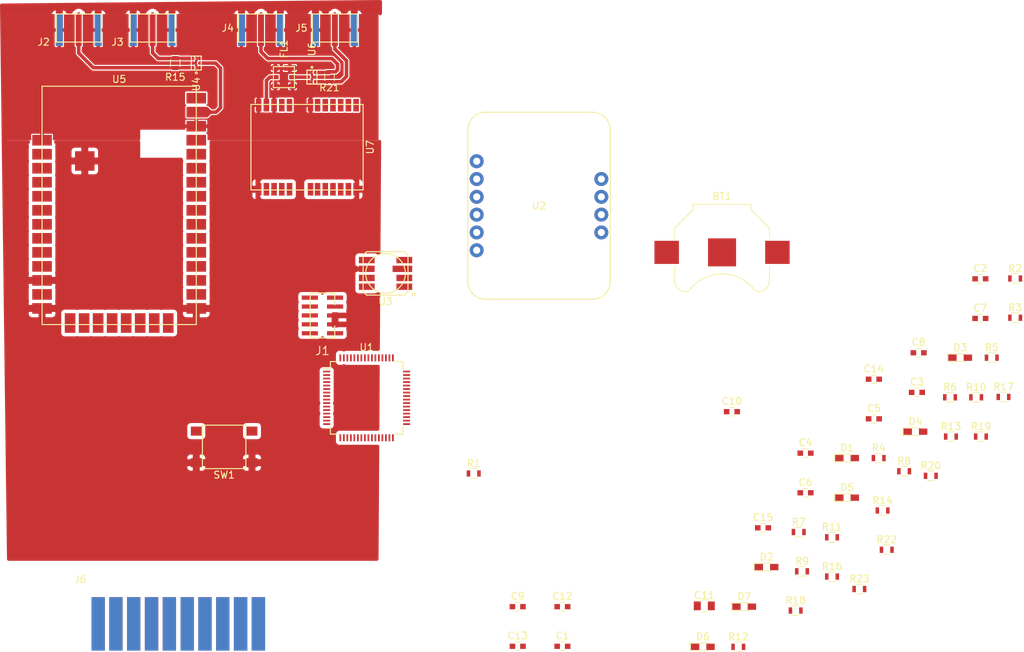
<source format=kicad_pcb>
(kicad_pcb (version 4) (host pcbnew 4.0.7)
  (layers (0 F.Cu signal) (31 B.Cu signal) (34 B.Paste user) (35 F.Paste user) (36 B.SilkS user) (37 F.SilkS user) (38 B.Mask user) (39 F.Mask user) (44 Edge.Cuts user))
  (net 0 "")
  (net 1 "Net-(BT1-Pad1)")
  (net 2 GND)
  (net 3 +3V3)
  (net 4 "Net-(C2-Pad2)")
  (net 5 "Net-(C12-Pad1)")
  (net 6 "Net-(C13-Pad2)")
  (net 7 "Net-(D1-Pad1)")
  (net 8 "Net-(D2-Pad1)")
  (net 9 "Net-(D3-Pad1)")
  (net 10 "Net-(D4-Pad1)")
  (net 11 "Net-(D5-Pad1)")
  (net 12 "Net-(D5-Pad2)")
  (net 13 "Net-(D6-Pad1)")
  (net 14 "Net-(D6-Pad2)")
  (net 15 "Net-(D7-Pad1)")
  (net 16 "Net-(D7-Pad2)")
  (net 17 /GPS_FILT_RF_50Ω)
  (net 18 /GPS_RF_50Ω)
  (net 19 /TMS)
  (net 20 /TCK)
  (net 21 /TDO)
  (net 22 /TDI)
  (net 23 "Net-(J1-Pad7)")
  (net 24 /nRST)
  (net 25 "Net-(J1-Pad9)")
  (net 26 /ANT1_RF_50Ω)
  (net 27 /ANT2_RF_50Ω)
  (net 28 /ANT3_RF_50Ω)
  (net 29 /ANT4_RF_50Ω)
  (net 30 /GPS_TX)
  (net 31 /GPS_RX)
  (net 32 /XBEE_TX)
  (net 33 /XBEE_RX)
  (net 34 /GNC_TX)
  (net 35 "Net-(J6-Pad11)")
  (net 36 /GNC_RX)
  (net 37 "Net-(J6-Pad13)")
  (net 38 "Net-(J6-Pad14)")
  (net 39 "Net-(J6-Pad16)")
  (net 40 "Net-(J6-Pad17)")
  (net 41 "Net-(J6-Pad19)")
  (net 42 "Net-(J6-Pad20)")
  (net 43 "Net-(R2-Pad2)")
  (net 44 "Net-(R3-Pad2)")
  (net 45 "Net-(R4-Pad2)")
  (net 46 "Net-(R5-Pad2)")
  (net 47 "Net-(R6-Pad2)")
  (net 48 /SCL)
  (net 49 /SDA)
  (net 50 "Net-(R10-Pad2)")
  (net 51 "Net-(R16-Pad1)")
  (net 52 "Net-(R17-Pad1)")
  (net 53 "Net-(R22-Pad1)")
  (net 54 "Net-(R23-Pad1)")
  (net 55 "Net-(U1-Pad3)")
  (net 56 "Net-(U1-Pad8)")
  (net 57 "Net-(U1-Pad11)")
  (net 58 /BNO055_RST)
  (net 59 "Net-(U1-Pad14)")
  (net 60 "Net-(U1-Pad15)")
  (net 61 "Net-(U1-Pad16)")
  (net 62 "Net-(U1-Pad17)")
  (net 63 "Net-(U1-Pad18)")
  (net 64 "Net-(U1-Pad19)")
  (net 65 "Net-(U1-Pad20)")
  (net 66 "Net-(U1-Pad21)")
  (net 67 "Net-(U1-Pad22)")
  (net 68 "Net-(U1-Pad23)")
  (net 69 "Net-(U1-Pad24)")
  (net 70 "Net-(U1-Pad25)")
  (net 71 "Net-(U1-Pad33)")
  (net 72 "Net-(U1-Pad34)")
  (net 73 "Net-(U1-Pad35)")
  (net 74 "Net-(U1-Pad36)")
  (net 75 "Net-(U1-Pad37)")
  (net 76 "Net-(U1-Pad38)")
  (net 77 "Net-(U1-Pad39)")
  (net 78 "Net-(U1-Pad40)")
  (net 79 /SCLK)
  (net 80 /MOSI)
  (net 81 /MISO)
  (net 82 /MS5803_CS)
  (net 83 "Net-(U1-Pad46)")
  (net 84 "Net-(U1-Pad47)")
  (net 85 "Net-(U1-Pad51)")
  (net 86 "Net-(U1-Pad52)")
  (net 87 "Net-(U1-Pad56)")
  (net 88 "Net-(U1-Pad57)")
  (net 89 "Net-(U1-Pad58)")
  (net 90 "Net-(U1-Pad59)")
  (net 91 "Net-(U1-Pad60)")
  (net 92 "Net-(U2-Pad2)")
  (net 93 "Net-(U2-Pad7)")
  (net 94 "Net-(U2-Pad8)")
  (net 95 "Net-(U2-Pad9)")
  (net 96 "Net-(U2-Pad10)")
  (net 97 /XBEE_RF_50Ω)
  (net 98 "Net-(U5-Pad5)")
  (net 99 "Net-(U5-Pad6)")
  (net 100 "Net-(U5-Pad8)")
  (net 101 "Net-(U5-Pad10)")
  (net 102 "Net-(U5-Pad12)")
  (net 103 "Net-(U5-Pad14)")
  (net 104 "Net-(U5-Pad15)")
  (net 105 "Net-(U5-Pad16)")
  (net 106 "Net-(U5-Pad17)")
  (net 107 "Net-(U5-Pad24)")
  (net 108 "Net-(U5-Pad25)")
  (net 109 "Net-(U5-Pad29)")
  (net 110 "Net-(U5-Pad30)")
  (net 111 "Net-(U5-Pad31)")
  (net 112 "Net-(U5-Pad32)")
  (net 113 "Net-(U5-Pad33)")
  (net 114 "Net-(U7-Pad2)")
  (net 115 "Net-(U7-Pad3)")
  (net 116 "Net-(U7-Pad4)")
  (net 117 "Net-(U7-Pad5)")
  (net 118 "Net-(U7-Pad6)")
  (net 119 "Net-(U7-Pad8)")
  (net 120 "Net-(U7-Pad9)")
  (net 121 "Net-(U7-Pad19)")
  (net 122 "Net-(U7-Pad18)")
  (net 123 "Net-(U7-Pad14)")
  (module "Custom Footprints:SMA_SMD_RIGHT_ANGLE" (layer F.Cu) (at 166.77 72 180)
    (fp_text reference J5 (at 4.77 -2 180) (layer F.SilkS))
    (fp_text value Conn_Coaxial)
    (pad 1 smd rect (at 0 0 180) (size 0.85 4.56) (drill (offset 0 -2.28)) (layers F.Cu F.Paste F.Mask) (net 29 /ANT4_RF_50Ω))
    (pad 2 smd rect (at -2.77 0 180) (size 1 4.56) (drill (offset 0 -2.28)) (layers B.Cu B.Paste B.Mask) (net 2 GND))
    (pad 2 smd rect (at 2.77 0 180) (size 1 4.56) (drill (offset 0 -2.28)) (layers B.Cu B.Paste B.Mask) (net 2 GND))
    (pad 2 smd rect (at -2.77 0 180) (size 1 4.56) (drill (offset 0 -2.28)) (layers F.Cu F.Paste F.Mask) (net 2 GND))
    (pad 2 smd rect (at 2.77 0 180) (size 1 4.56) (drill (offset 0 -2.28)) (layers F.Cu F.Paste F.Mask) (net 2 GND))
  )
  (module Battery_Holders:Keystone_3000_1x12mm-CoinCell (layer F.Cu) (at 222 106)
    (fp_text reference BT1 (at 0 -8) (layer F.SilkS))
    (fp_text value CR_1220)
    (pad 1 smd rect (at -7.9 0) (size 3.5 3.3) (layers F.Cu F.Paste F.Mask) (net 1 "Net-(BT1-Pad1)"))
    (pad 1 smd rect (at 7.9 0) (size 3.5 3.3) (layers F.Cu F.Paste F.Mask) (net 1 "Net-(BT1-Pad1)"))
    (pad 2 smd rect (at 0 0) (size 4 4) (layers F.Cu F.Mask) (net 2 GND))
  )
  (module Capacitors_SMD:C_0603 (layer F.Cu) (at 199.230476 162.195)
    (fp_text reference C1 (at 0 -1.5) (layer F.SilkS))
    (fp_text value "100 nF")
    (pad 2 smd rect (at 0.75 0) (size 0.8 0.75) (layers F.Cu F.Paste F.Mask) (net 3 +3V3))
    (pad 1 smd rect (at -0.75 0) (size 0.8 0.75) (layers F.Cu F.Paste F.Mask) (net 2 GND))
  )
  (module Capacitors_SMD:C_0603 (layer F.Cu) (at 258.850476 109.775)
    (fp_text reference C2 (at 0 -1.5) (layer F.SilkS))
    (fp_text value "100 nF")
    (pad 2 smd rect (at 0.75 0) (size 0.8 0.75) (layers F.Cu F.Paste F.Mask) (net 4 "Net-(C2-Pad2)"))
    (pad 1 smd rect (at -0.75 0) (size 0.8 0.75) (layers F.Cu F.Paste F.Mask) (net 2 GND))
  )
  (module Capacitors_SMD:C_0603 (layer F.Cu) (at 249.802381 125.975)
    (fp_text reference C3 (at 0 -1.5) (layer F.SilkS))
    (fp_text value "2.2 uF")
    (pad 2 smd rect (at 0.75 0) (size 0.8 0.75) (layers F.Cu F.Paste F.Mask) (net 4 "Net-(C2-Pad2)"))
    (pad 1 smd rect (at -0.75 0) (size 0.8 0.75) (layers F.Cu F.Paste F.Mask) (net 2 GND))
  )
  (module Capacitors_SMD:C_0603 (layer F.Cu) (at 233.910476 134.645)
    (fp_text reference C4 (at 0 -1.5) (layer F.SilkS))
    (fp_text value "100 nF")
    (pad 2 smd rect (at 0.75 0) (size 0.8 0.75) (layers F.Cu F.Paste F.Mask) (net 4 "Net-(C2-Pad2)"))
    (pad 1 smd rect (at -0.75 0) (size 0.8 0.75) (layers F.Cu F.Paste F.Mask) (net 2 GND))
  )
  (module Capacitors_SMD:C_0603 (layer F.Cu) (at 243.660476 129.745)
    (fp_text reference C5 (at 0 -1.5) (layer F.SilkS))
    (fp_text value "100 nF")
    (pad 2 smd rect (at 0.75 0) (size 0.8 0.75) (layers F.Cu F.Paste F.Mask) (net 4 "Net-(C2-Pad2)"))
    (pad 1 smd rect (at -0.75 0) (size 0.8 0.75) (layers F.Cu F.Paste F.Mask) (net 2 GND))
  )
  (module Capacitors_SMD:C_0603 (layer F.Cu) (at 233.910476 140.295)
    (fp_text reference C6 (at 0 -1.5) (layer F.SilkS))
    (fp_text value "100 nF")
    (pad 2 smd rect (at 0.75 0) (size 0.8 0.75) (layers F.Cu F.Paste F.Mask) (net 3 +3V3))
    (pad 1 smd rect (at -0.75 0) (size 0.8 0.75) (layers F.Cu F.Paste F.Mask) (net 2 GND))
  )
  (module Capacitors_SMD:C_0603 (layer F.Cu) (at 258.850476 115.425)
    (fp_text reference C7 (at 0 -1.5) (layer F.SilkS))
    (fp_text value "100 nF")
    (pad 2 smd rect (at 0.75 0) (size 0.8 0.75) (layers F.Cu F.Paste F.Mask) (net 3 +3V3))
    (pad 1 smd rect (at -0.75 0) (size 0.8 0.75) (layers F.Cu F.Paste F.Mask) (net 2 GND))
  )
  (module Capacitors_SMD:C_0603 (layer F.Cu) (at 250.040476 120.325)
    (fp_text reference C8 (at 0 -1.5) (layer F.SilkS))
    (fp_text value "100 nF")
    (pad 2 smd rect (at 0.75 0) (size 0.8 0.75) (layers F.Cu F.Paste F.Mask) (net 3 +3V3))
    (pad 1 smd rect (at -0.75 0) (size 0.8 0.75) (layers F.Cu F.Paste F.Mask) (net 2 GND))
  )
  (module Capacitors_SMD:C_0603 (layer F.Cu) (at 192.850476 156.545)
    (fp_text reference C9 (at 0 -1.5) (layer F.SilkS))
    (fp_text value "100 nF")
    (pad 2 smd rect (at 0.75 0) (size 0.8 0.75) (layers F.Cu F.Paste F.Mask) (net 3 +3V3))
    (pad 1 smd rect (at -0.75 0) (size 0.8 0.75) (layers F.Cu F.Paste F.Mask) (net 2 GND))
  )
  (module Capacitors_SMD:C_0603 (layer F.Cu) (at 223.410476 128.725)
    (fp_text reference C10 (at 0 -1.5) (layer F.SilkS))
    (fp_text value "100 nF")
    (pad 2 smd rect (at 0.75 0) (size 0.8 0.75) (layers F.Cu F.Paste F.Mask) (net 3 +3V3))
    (pad 1 smd rect (at -0.75 0) (size 0.8 0.75) (layers F.Cu F.Paste F.Mask) (net 2 GND))
  )
  (module Capacitors_SMD:C_0805 (layer F.Cu) (at 219.472381 156.425)
    (fp_text reference C11 (at 0 -1.5) (layer F.SilkS))
    (fp_text value "4.7 uF")
    (pad 1 smd rect (at -1 0) (size 1 1.25) (layers F.Cu F.Paste F.Mask) (net 2 GND))
    (pad 2 smd rect (at 1 0) (size 1 1.25) (layers F.Cu F.Paste F.Mask) (net 3 +3V3))
  )
  (module Capacitors_SMD:C_0603 (layer F.Cu) (at 199.230476 156.545)
    (fp_text reference C12 (at 0 -1.5) (layer F.SilkS))
    (fp_text value "100 nF")
    (pad 2 smd rect (at 0.75 0) (size 0.8 0.75) (layers F.Cu F.Paste F.Mask) (net 2 GND))
    (pad 1 smd rect (at -0.75 0) (size 0.8 0.75) (layers F.Cu F.Paste F.Mask) (net 5 "Net-(C12-Pad1)"))
  )
  (module Capacitors_SMD:C_0603 (layer F.Cu) (at 192.850476 162.195)
    (fp_text reference C13 (at 0 -1.5) (layer F.SilkS))
    (fp_text value "100 nF")
    (pad 2 smd rect (at 0.75 0) (size 0.8 0.75) (layers F.Cu F.Paste F.Mask) (net 6 "Net-(C13-Pad2)"))
    (pad 1 smd rect (at -0.75 0) (size 0.8 0.75) (layers F.Cu F.Paste F.Mask) (net 2 GND))
  )
  (module Capacitors_SMD:C_0603 (layer F.Cu) (at 243.660476 124.095)
    (fp_text reference C14 (at 0 -1.5) (layer F.SilkS))
    (fp_text value "100 pF")
    (pad 2 smd rect (at 0.75 0) (size 0.8 0.75) (layers F.Cu F.Paste F.Mask) (net 2 GND))
    (pad 1 smd rect (at -0.75 0) (size 0.8 0.75) (layers F.Cu F.Paste F.Mask) (net 3 +3V3))
  )
  (module Capacitors_SMD:C_0603 (layer F.Cu) (at 227.848095 145.295)
    (fp_text reference C15 (at 0 -1.5) (layer F.SilkS))
    (fp_text value "1 uF")
    (pad 2 smd rect (at 0.75 0) (size 0.8 0.75) (layers F.Cu F.Paste F.Mask) (net 2 GND))
    (pad 1 smd rect (at -0.75 0) (size 0.8 0.75) (layers F.Cu F.Paste F.Mask) (net 3 +3V3))
  )
  (module LEDs:LED_0603_HandSoldering (layer F.Cu) (at 239.838095 135.345)
    (fp_text reference D1 (at 0 -1.45) (layer F.SilkS))
    (fp_text value LED_R)
    (pad 1 smd rect (at -1.1 0) (size 1.2 0.9) (layers F.Cu F.Paste F.Mask) (net 7 "Net-(D1-Pad1)"))
    (pad 2 smd rect (at 1.1 0) (size 1.2 0.9) (layers F.Cu F.Paste F.Mask) (net 3 +3V3))
  )
  (module LEDs:LED_0603_HandSoldering (layer F.Cu) (at 228.348095 150.895)
    (fp_text reference D2 (at 0 -1.45) (layer F.SilkS))
    (fp_text value LED_R)
    (pad 1 smd rect (at -1.1 0) (size 1.2 0.9) (layers F.Cu F.Paste F.Mask) (net 8 "Net-(D2-Pad1)"))
    (pad 2 smd rect (at 1.1 0) (size 1.2 0.9) (layers F.Cu F.Paste F.Mask) (net 3 +3V3))
  )
  (module LEDs:LED_0603_HandSoldering (layer F.Cu) (at 255.968095 121.025)
    (fp_text reference D3 (at 0 -1.45) (layer F.SilkS))
    (fp_text value LED_G)
    (pad 1 smd rect (at -1.1 0) (size 1.2 0.9) (layers F.Cu F.Paste F.Mask) (net 9 "Net-(D3-Pad1)"))
    (pad 2 smd rect (at 1.1 0) (size 1.2 0.9) (layers F.Cu F.Paste F.Mask) (net 3 +3V3))
  )
  (module LEDs:LED_0603_HandSoldering (layer F.Cu) (at 249.588095 131.575)
    (fp_text reference D4 (at 0 -1.45) (layer F.SilkS))
    (fp_text value LED_B)
    (pad 1 smd rect (at -1.1 0) (size 1.2 0.9) (layers F.Cu F.Paste F.Mask) (net 10 "Net-(D4-Pad1)"))
    (pad 2 smd rect (at 1.1 0) (size 1.2 0.9) (layers F.Cu F.Paste F.Mask) (net 3 +3V3))
  )
  (module LEDs:LED_0603_HandSoldering (layer F.Cu) (at 239.838095 140.995)
    (fp_text reference D5 (at 0 -1.45) (layer F.SilkS))
    (fp_text value LED_R)
    (pad 1 smd rect (at -1.1 0) (size 1.2 0.9) (layers F.Cu F.Paste F.Mask) (net 11 "Net-(D5-Pad1)"))
    (pad 2 smd rect (at 1.1 0) (size 1.2 0.9) (layers F.Cu F.Paste F.Mask) (net 12 "Net-(D5-Pad2)"))
  )
  (module LEDs:LED_0603_HandSoldering (layer F.Cu) (at 219.258095 162.275)
    (fp_text reference D6 (at 0 -1.45) (layer F.SilkS))
    (fp_text value LED_B)
    (pad 1 smd rect (at -1.1 0) (size 1.2 0.9) (layers F.Cu F.Paste F.Mask) (net 13 "Net-(D6-Pad1)"))
    (pad 2 smd rect (at 1.1 0) (size 1.2 0.9) (layers F.Cu F.Paste F.Mask) (net 14 "Net-(D6-Pad2)"))
  )
  (module LEDs:LED_0603_HandSoldering (layer F.Cu) (at 225.158095 156.545)
    (fp_text reference D7 (at 0 -1.45) (layer F.SilkS))
    (fp_text value LED_G)
    (pad 1 smd rect (at -1.1 0) (size 1.2 0.9) (layers F.Cu F.Paste F.Mask) (net 15 "Net-(D7-Pad1)"))
    (pad 2 smd rect (at 1.1 0) (size 1.2 0.9) (layers F.Cu F.Paste F.Mask) (net 16 "Net-(D7-Pad2)"))
  )
  (module "Custom Footprints:B39162B3520U410" (layer F.Cu) (at 159.5 81 270)
    (fp_text reference FL1 (at -4 0 270) (layer F.SilkS))
    (fp_text value B39162B3520U410)
    (pad 1 smd rect (at -1.2 -1.5 270) (size 0.8 1.7) (drill (offset -0.1 0.65)) (layers F.Cu F.Paste F.Mask) (net 2 GND))
    (pad 2 smd rect (at 0 -1.5 270) (size 0.6 0.95) (drill (offset 0 0.275)) (layers F.Cu F.Paste F.Mask) (net 17 /GPS_FILT_RF_50Ω))
    (pad 3 smd rect (at 1.2 -1.5 270) (size 0.8 0.95) (drill (offset 0.1 0.275)) (layers F.Cu F.Paste F.Mask) (net 2 GND))
    (pad 4 smd rect (at 1.2 1.5 270) (size 0.8 0.95) (drill (offset 0.1 -0.275)) (layers F.Cu F.Paste F.Mask) (net 2 GND))
    (pad 5 smd rect (at 0 1.5 270) (size 0.6 0.95) (drill (offset 0 -0.275)) (layers F.Cu F.Paste F.Mask) (net 18 /GPS_RF_50Ω))
    (pad 6 smd rect (at -1.2 1.5 270) (size 0.8 0.95) (drill (offset -0.1 -0.275)) (layers F.Cu F.Paste F.Mask) (net 2 GND))
  )
  (module "Custom Footprints:10_pin_Cortex-M_connector" (layer F.Cu) (at 165 115 90)
    (fp_text reference J1 (at -5.04 0 180) (layer F.SilkS) (effects (font (size 1.2 1.2))))
    (fp_text value "JTAG Connector")
    (pad 2 smd rect (at -2.54 -1.8 90) (size 0.6 2.3) (layers F.Cu F.Paste F.Mask) (net 19 /TMS))
    (pad 1 smd rect (at -2.54 1.8 90) (size 0.6 2.3) (layers F.Cu F.Paste F.Mask) (net 3 +3V3))
    (pad 4 smd rect (at -1.27 -1.8 90) (size 0.6 2.3) (layers F.Cu F.Paste F.Mask) (net 20 /TCK))
    (pad 3 smd rect (at -1.27 1.8 90) (size 0.6 2.3) (layers F.Cu F.Paste F.Mask) (net 2 GND))
    (pad 6 smd rect (at 0 -1.8 90) (size 0.6 2.3) (layers F.Cu F.Paste F.Mask) (net 21 /TDO))
    (pad 5 smd rect (at 0 1.8 90) (size 0.6 2.3) (layers F.Cu F.Paste F.Mask) (net 2 GND))
    (pad 8 smd rect (at 1.27 -1.8 90) (size 0.6 2.3) (layers F.Cu F.Paste F.Mask) (net 22 /TDI))
    (pad 7 smd rect (at 1.27 1.8 90) (size 0.6 2.3) (layers F.Cu F.Paste F.Mask) (net 23 "Net-(J1-Pad7)"))
    (pad 10 smd rect (at 2.54 -1.8 90) (size 0.6 2.3) (layers F.Cu F.Paste F.Mask) (net 24 /nRST))
    (pad 9 smd rect (at 2.54 1.8 90) (size 0.6 2.3) (layers F.Cu F.Paste F.Mask) (net 25 "Net-(J1-Pad9)"))
  )
  (module "Custom Footprints:SMA_SMD_RIGHT_ANGLE" (layer F.Cu) (at 130.23 72 180)
    (fp_text reference J2 (at 5 -4 180) (layer F.SilkS))
    (fp_text value Conn_Coaxial)
    (pad 1 smd rect (at 0 0 180) (size 0.85 4.56) (drill (offset 0 -2.28)) (layers F.Cu F.Paste F.Mask) (net 26 /ANT1_RF_50Ω))
    (pad 2 smd rect (at -2.77 0 180) (size 1 4.56) (drill (offset 0 -2.28)) (layers B.Cu B.Paste B.Mask) (net 2 GND))
    (pad 2 smd rect (at 2.77 0 180) (size 1 4.56) (drill (offset 0 -2.28)) (layers B.Cu B.Paste B.Mask) (net 2 GND))
    (pad 2 smd rect (at -2.77 0 180) (size 1 4.56) (drill (offset 0 -2.28)) (layers F.Cu F.Paste F.Mask) (net 2 GND))
    (pad 2 smd rect (at 2.77 0 180) (size 1 4.56) (drill (offset 0 -2.28)) (layers F.Cu F.Paste F.Mask) (net 2 GND))
  )
  (module "Custom Footprints:SMA_SMD_RIGHT_ANGLE" (layer F.Cu) (at 140.77 72 180)
    (fp_text reference J3 (at 5 -4 180) (layer F.SilkS))
    (fp_text value Conn_Coaxial)
    (pad 1 smd rect (at 0 0 180) (size 0.85 4.56) (drill (offset 0 -2.28)) (layers F.Cu F.Paste F.Mask) (net 27 /ANT2_RF_50Ω))
    (pad 2 smd rect (at -2.77 0 180) (size 1 4.56) (drill (offset 0 -2.28)) (layers B.Cu B.Paste B.Mask) (net 2 GND))
    (pad 2 smd rect (at 2.77 0 180) (size 1 4.56) (drill (offset 0 -2.28)) (layers B.Cu B.Paste B.Mask) (net 2 GND))
    (pad 2 smd rect (at -2.77 0 180) (size 1 4.56) (drill (offset 0 -2.28)) (layers F.Cu F.Paste F.Mask) (net 2 GND))
    (pad 2 smd rect (at 2.77 0 180) (size 1 4.56) (drill (offset 0 -2.28)) (layers F.Cu F.Paste F.Mask) (net 2 GND))
  )
  (module "Custom Footprints:SMA_SMD_RIGHT_ANGLE" (layer F.Cu) (at 156.23 72 180)
    (fp_text reference J4 (at 4.73 -2 180) (layer F.SilkS))
    (fp_text value Conn_Coaxial)
    (pad 1 smd rect (at 0 0 180) (size 0.85 4.56) (drill (offset 0 -2.28)) (layers F.Cu F.Paste F.Mask) (net 28 /ANT3_RF_50Ω))
    (pad 2 smd rect (at -2.77 0 180) (size 1 4.56) (drill (offset 0 -2.28)) (layers B.Cu B.Paste B.Mask) (net 2 GND))
    (pad 2 smd rect (at 2.77 0 180) (size 1 4.56) (drill (offset 0 -2.28)) (layers B.Cu B.Paste B.Mask) (net 2 GND))
    (pad 2 smd rect (at -2.77 0 180) (size 1 4.56) (drill (offset 0 -2.28)) (layers F.Cu F.Paste F.Mask) (net 2 GND))
    (pad 2 smd rect (at 2.77 0 180) (size 1 4.56) (drill (offset 0 -2.28)) (layers F.Cu F.Paste F.Mask) (net 2 GND))
  )
  (module "Custom Footprints:CONN_CARD_02x10_MALE" (layer F.Cu) (at 144.43 162.81)
    (fp_text reference J6 (at -13.97 -10.16) (layer F.SilkS))
    (fp_text value Conn_02x10_Counter_Clockwise)
    (pad 1 connect rect (at -11.43 -3.81) (size 1.905 7.62) (layers F.Cu F.Mask) (net 3 +3V3))
    (pad 2 connect rect (at -8.89 -3.81) (size 1.905 7.62) (layers F.Cu F.Mask) (net 2 GND))
    (pad 3 connect rect (at -6.35 -3.81) (size 1.905 7.62) (layers F.Cu F.Mask) (net 30 /GPS_TX))
    (pad 4 connect rect (at -3.81 -3.81) (size 1.905 7.62) (layers F.Cu F.Mask) (net 31 /GPS_RX))
    (pad 5 connect rect (at -1.27 -3.81) (size 1.905 7.62) (layers F.Cu F.Mask) (net 2 GND))
    (pad 6 connect rect (at 1.27 -3.81) (size 1.905 7.62) (layers F.Cu F.Mask) (net 32 /XBEE_TX))
    (pad 7 connect rect (at 3.81 -3.81) (size 1.905 7.62) (layers F.Cu F.Mask) (net 33 /XBEE_RX))
    (pad 8 connect rect (at 6.35 -3.81) (size 1.905 7.62) (layers F.Cu F.Mask) (net 2 GND))
    (pad 9 connect rect (at 8.89 -3.81) (size 1.905 7.62) (layers F.Cu F.Mask) (net 34 /GNC_TX))
    (pad 11 connect rect (at 11.43 -3.81) (size 1.905 7.62) (layers B.Cu B.Mask) (net 35 "Net-(J6-Pad11)"))
    (pad 10 connect rect (at 11.43 -3.81) (size 1.905 7.62) (layers F.Cu F.Mask) (net 36 /GNC_RX))
    (pad 12 connect rect (at 8.89 -3.81) (size 1.905 7.62) (layers B.Cu B.Mask) (net 2 GND))
    (pad 13 connect rect (at 6.35 -3.81) (size 1.905 7.62) (layers B.Cu B.Mask) (net 37 "Net-(J6-Pad13)"))
    (pad 14 connect rect (at 3.81 -3.81) (size 1.905 7.62) (layers B.Cu B.Mask) (net 38 "Net-(J6-Pad14)"))
    (pad 15 connect rect (at 1.27 -3.81) (size 1.905 7.62) (layers B.Cu B.Mask) (net 2 GND))
    (pad 16 connect rect (at -1.27 -3.81) (size 1.905 7.62) (layers B.Cu B.Mask) (net 39 "Net-(J6-Pad16)"))
    (pad 17 connect rect (at -3.81 -3.81) (size 1.905 7.62) (layers B.Cu B.Mask) (net 40 "Net-(J6-Pad17)"))
    (pad 18 connect rect (at -6.35 -3.81) (size 1.905 7.62) (layers B.Cu B.Mask) (net 2 GND))
    (pad 19 connect rect (at -8.89 -3.81) (size 1.905 7.62) (layers B.Cu B.Mask) (net 41 "Net-(J6-Pad19)"))
    (pad 20 connect rect (at -11.43 -3.81) (size 1.905 7.62) (layers B.Cu B.Mask) (net 42 "Net-(J6-Pad20)"))
  )
  (module Resistors_SMD:R_0603 (layer F.Cu) (at 186.575001 137.545)
    (fp_text reference R1 (at 0 -1.45) (layer F.SilkS))
    (fp_text value 60)
    (pad 1 smd rect (at -0.75 0) (size 0.5 0.9) (layers F.Cu F.Paste F.Mask) (net 7 "Net-(D1-Pad1)"))
    (pad 2 smd rect (at 0.75 0) (size 0.5 0.9) (layers F.Cu F.Paste F.Mask) (net 2 GND))
  )
  (module Resistors_SMD:R_0603 (layer F.Cu) (at 263.815001 109.725)
    (fp_text reference R2 (at 0 -1.45) (layer F.SilkS))
    (fp_text value 60)
    (pad 1 smd rect (at -0.75 0) (size 0.5 0.9) (layers F.Cu F.Paste F.Mask) (net 8 "Net-(D2-Pad1)"))
    (pad 2 smd rect (at 0.75 0) (size 0.5 0.9) (layers F.Cu F.Paste F.Mask) (net 43 "Net-(R2-Pad2)"))
  )
  (module Resistors_SMD:R_0603 (layer F.Cu) (at 263.815001 115.325)
    (fp_text reference R3 (at 0 -1.45) (layer F.SilkS))
    (fp_text value 60)
    (pad 1 smd rect (at -0.75 0) (size 0.5 0.9) (layers F.Cu F.Paste F.Mask) (net 9 "Net-(D3-Pad1)"))
    (pad 2 smd rect (at 0.75 0) (size 0.5 0.9) (layers F.Cu F.Paste F.Mask) (net 44 "Net-(R3-Pad2)"))
  )
  (module Resistors_SMD:R_0603 (layer F.Cu) (at 244.345001 135.345)
    (fp_text reference R4 (at 0 -1.45) (layer F.SilkS))
    (fp_text value 60)
    (pad 1 smd rect (at -0.75 0) (size 0.5 0.9) (layers F.Cu F.Paste F.Mask) (net 10 "Net-(D4-Pad1)"))
    (pad 2 smd rect (at 0.75 0) (size 0.5 0.9) (layers F.Cu F.Paste F.Mask) (net 45 "Net-(R4-Pad2)"))
  )
  (module Resistors_SMD:R_0603 (layer F.Cu) (at 260.475001 121.025)
    (fp_text reference R5 (at 0 -1.45) (layer F.SilkS))
    (fp_text value 20)
    (pad 1 smd rect (at -0.75 0) (size 0.5 0.9) (layers F.Cu F.Paste F.Mask) (net 34 /GNC_TX))
    (pad 2 smd rect (at 0.75 0) (size 0.5 0.9) (layers F.Cu F.Paste F.Mask) (net 46 "Net-(R5-Pad2)"))
  )
  (module Resistors_SMD:R_0603 (layer F.Cu) (at 254.525001 126.675)
    (fp_text reference R6 (at 0 -1.45) (layer F.SilkS))
    (fp_text value 20)
    (pad 1 smd rect (at -0.75 0) (size 0.5 0.9) (layers F.Cu F.Paste F.Mask) (net 36 /GNC_RX))
    (pad 2 smd rect (at 0.75 0) (size 0.5 0.9) (layers F.Cu F.Paste F.Mask) (net 47 "Net-(R6-Pad2)"))
  )
  (module Resistors_SMD:R_0603 (layer F.Cu) (at 232.937143 145.895)
    (fp_text reference R7 (at 0 -1.45) (layer F.SilkS))
    (fp_text value 10k)
    (pad 1 smd rect (at -0.75 0) (size 0.5 0.9) (layers F.Cu F.Paste F.Mask) (net 3 +3V3))
    (pad 2 smd rect (at 0.75 0) (size 0.5 0.9) (layers F.Cu F.Paste F.Mask) (net 48 /SCL))
  )
  (module Resistors_SMD:R_0603 (layer F.Cu) (at 247.977143 137.225)
    (fp_text reference R8 (at 0 -1.45) (layer F.SilkS))
    (fp_text value 10k)
    (pad 1 smd rect (at -0.75 0) (size 0.5 0.9) (layers F.Cu F.Paste F.Mask) (net 3 +3V3))
    (pad 2 smd rect (at 0.75 0) (size 0.5 0.9) (layers F.Cu F.Paste F.Mask) (net 49 /SDA))
  )
  (module Resistors_SMD:R_0603 (layer F.Cu) (at 233.413333 151.495)
    (fp_text reference R9 (at 0 -1.45) (layer F.SilkS))
    (fp_text value 100k)
    (pad 1 smd rect (at -0.75 0) (size 0.5 0.9) (layers F.Cu F.Paste F.Mask) (net 3 +3V3))
    (pad 2 smd rect (at 0.75 0) (size 0.5 0.9) (layers F.Cu F.Paste F.Mask) (net 5 "Net-(C12-Pad1)"))
  )
  (module Resistors_SMD:R_0603 (layer F.Cu) (at 258.252381 126.675)
    (fp_text reference R10 (at 0 -1.45) (layer F.SilkS))
    (fp_text value 39)
    (pad 1 smd rect (at -0.75 0) (size 0.5 0.9) (layers F.Cu F.Paste F.Mask) (net 5 "Net-(C12-Pad1)"))
    (pad 2 smd rect (at 0.75 0) (size 0.5 0.9) (layers F.Cu F.Paste F.Mask) (net 50 "Net-(R10-Pad2)"))
  )
  (module Resistors_SMD:R_0603 (layer F.Cu) (at 237.692381 146.645)
    (fp_text reference R11 (at 0 -1.45) (layer F.SilkS))
    (fp_text value 39)
    (pad 1 smd rect (at -0.75 0) (size 0.5 0.9) (layers F.Cu F.Paste F.Mask) (net 24 /nRST))
    (pad 2 smd rect (at 0.75 0) (size 0.5 0.9) (layers F.Cu F.Paste F.Mask) (net 5 "Net-(C12-Pad1)"))
  )
  (module Resistors_SMD:R_0603 (layer F.Cu) (at 224.323333 162.275)
    (fp_text reference R12 (at 0 -1.45) (layer F.SilkS))
    (fp_text value 100k)
    (pad 1 smd rect (at -0.75 0) (size 0.5 0.9) (layers F.Cu F.Paste F.Mask) (net 3 +3V3))
    (pad 2 smd rect (at 0.75 0) (size 0.5 0.9) (layers F.Cu F.Paste F.Mask) (net 19 /TMS))
  )
  (module Resistors_SMD:R_0603 (layer F.Cu) (at 254.653333 132.275)
    (fp_text reference R13 (at 0 -1.45) (layer F.SilkS))
    (fp_text value 100k)
    (pad 1 smd rect (at -0.75 0) (size 0.5 0.9) (layers F.Cu F.Paste F.Mask) (net 3 +3V3))
    (pad 2 smd rect (at 0.75 0) (size 0.5 0.9) (layers F.Cu F.Paste F.Mask) (net 20 /TCK))
  )
  (module Resistors_SMD:R_0603 (layer F.Cu) (at 244.903333 142.825)
    (fp_text reference R14 (at 0 -1.45) (layer F.SilkS))
    (fp_text value 100k)
    (pad 1 smd rect (at -0.75 0) (size 0.5 0.9) (layers F.Cu F.Paste F.Mask) (net 3 +3V3))
    (pad 2 smd rect (at 0.75 0) (size 0.5 0.9) (layers F.Cu F.Paste F.Mask) (net 22 /TDI))
  )
  (module Resistors_SMD:R_0603 (layer F.Cu) (at 144 79 90)
    (fp_text reference R15 (at -2 0 180) (layer F.SilkS))
    (fp_text value 100)
    (pad 1 smd rect (at -0.75 0 90) (size 0.5 0.9) (layers F.Cu F.Paste F.Mask) (net 26 /ANT1_RF_50Ω))
    (pad 2 smd rect (at 0.75 0 90) (size 0.5 0.9) (layers F.Cu F.Paste F.Mask) (net 27 /ANT2_RF_50Ω))
  )
  (module Resistors_SMD:R_0603 (layer F.Cu) (at 237.692381 152.245)
    (fp_text reference R16 (at 0 -1.45) (layer F.SilkS))
    (fp_text value 20)
    (pad 1 smd rect (at -0.75 0) (size 0.5 0.9) (layers F.Cu F.Paste F.Mask) (net 51 "Net-(R16-Pad1)"))
    (pad 2 smd rect (at 0.75 0) (size 0.5 0.9) (layers F.Cu F.Paste F.Mask) (net 32 /XBEE_TX))
  )
  (module Resistors_SMD:R_0603 (layer F.Cu) (at 262.152381 126.625)
    (fp_text reference R17 (at 0 -1.45) (layer F.SilkS))
    (fp_text value 20)
    (pad 1 smd rect (at -0.75 0) (size 0.5 0.9) (layers F.Cu F.Paste F.Mask) (net 52 "Net-(R17-Pad1)"))
    (pad 2 smd rect (at 0.75 0) (size 0.5 0.9) (layers F.Cu F.Paste F.Mask) (net 33 /XBEE_RX))
  )
  (module Resistors_SMD:R_0603 (layer F.Cu) (at 232.502381 157.095)
    (fp_text reference R18 (at 0 -1.45) (layer F.SilkS))
    (fp_text value 60)
    (pad 1 smd rect (at -0.75 0) (size 0.5 0.9) (layers F.Cu F.Paste F.Mask) (net 11 "Net-(D5-Pad1)"))
    (pad 2 smd rect (at 0.75 0) (size 0.5 0.9) (layers F.Cu F.Paste F.Mask) (net 2 GND))
  )
  (module Resistors_SMD:R_0603 (layer F.Cu) (at 258.932381 132.275)
    (fp_text reference R19 (at 0 -1.45) (layer F.SilkS))
    (fp_text value 60)
    (pad 1 smd rect (at -0.75 0) (size 0.5 0.9) (layers F.Cu F.Paste F.Mask) (net 2 GND))
    (pad 2 smd rect (at 0.75 0) (size 0.5 0.9) (layers F.Cu F.Paste F.Mask) (net 13 "Net-(D6-Pad1)"))
  )
  (module Resistors_SMD:R_0603 (layer F.Cu) (at 251.782381 137.875)
    (fp_text reference R20 (at 0 -1.45) (layer F.SilkS))
    (fp_text value 60)
    (pad 1 smd rect (at -0.75 0) (size 0.5 0.9) (layers F.Cu F.Paste F.Mask) (net 2 GND))
    (pad 2 smd rect (at 0.75 0) (size 0.5 0.9) (layers F.Cu F.Paste F.Mask) (net 15 "Net-(D7-Pad1)"))
  )
  (module Resistors_SMD:R_0603 (layer F.Cu) (at 166 81 270)
    (fp_text reference R21 (at 1.5 0 360) (layer F.SilkS))
    (fp_text value 100)
    (pad 1 smd rect (at -0.75 0 270) (size 0.5 0.9) (layers F.Cu F.Paste F.Mask) (net 28 /ANT3_RF_50Ω))
    (pad 2 smd rect (at 0.75 0 270) (size 0.5 0.9) (layers F.Cu F.Paste F.Mask) (net 29 /ANT4_RF_50Ω))
  )
  (module Resistors_SMD:R_0603 (layer F.Cu) (at 245.492381 148.425)
    (fp_text reference R22 (at 0 -1.45) (layer F.SilkS))
    (fp_text value 20)
    (pad 1 smd rect (at -0.75 0) (size 0.5 0.9) (layers F.Cu F.Paste F.Mask) (net 53 "Net-(R22-Pad1)"))
    (pad 2 smd rect (at 0.75 0) (size 0.5 0.9) (layers F.Cu F.Paste F.Mask) (net 30 /GPS_TX))
  )
  (module Resistors_SMD:R_0603 (layer F.Cu) (at 241.592381 154.025)
    (fp_text reference R23 (at 0 -1.45) (layer F.SilkS))
    (fp_text value 20)
    (pad 1 smd rect (at -0.75 0) (size 0.5 0.9) (layers F.Cu F.Paste F.Mask) (net 54 "Net-(R23-Pad1)"))
    (pad 2 smd rect (at 0.75 0) (size 0.5 0.9) (layers F.Cu F.Paste F.Mask) (net 31 /GPS_RX))
  )
  (module "Custom Footprints:SW_SPST_SMD" (layer F.Cu) (at 150.975 133.75)
    (fp_text reference SW1 (at 0 4) (layer F.SilkS))
    (fp_text value SW_SPST)
    (pad 2 smd rect (at -3.975 2.25) (size 1.55 1.3) (layers F.Cu F.Paste F.Mask) (net 2 GND))
    (pad 1 smd rect (at 3.975 -2.25) (size 1.55 1.3) (layers F.Cu F.Paste F.Mask) (net 50 "Net-(R10-Pad2)"))
    (pad 1 smd rect (at -3.975 -2.25) (size 1.55 1.3) (layers F.Cu F.Paste F.Mask) (net 50 "Net-(R10-Pad2)"))
    (pad 2 smd rect (at 3.975 2.25) (size 1.55 1.3) (layers F.Cu F.Paste F.Mask) (net 2 GND))
  )
  (module Housings_QFP:LQFP-64_10x10mm_Pitch0.5mm (layer F.Cu) (at 171.3 126.75)
    (fp_text reference U1 (at 0 -7.2) (layer F.SilkS))
    (fp_text value ATSAMG55)
    (pad 1 smd rect (at -5.7 -3.75) (size 1 0.25) (layers F.Cu F.Paste F.Mask) (net 3 +3V3))
    (pad 2 smd rect (at -5.7 -3.25) (size 1 0.25) (layers F.Cu F.Paste F.Mask) (net 24 /nRST))
    (pad 3 smd rect (at -5.7 -2.75) (size 1 0.25) (layers F.Cu F.Paste F.Mask) (net 55 "Net-(U1-Pad3)"))
    (pad 4 smd rect (at -5.7 -2.25) (size 1 0.25) (layers F.Cu F.Paste F.Mask) (net 47 "Net-(R6-Pad2)"))
    (pad 5 smd rect (at -5.7 -1.75) (size 1 0.25) (layers F.Cu F.Paste F.Mask) (net 46 "Net-(R5-Pad2)"))
    (pad 6 smd rect (at -5.7 -1.25) (size 1 0.25) (layers F.Cu F.Paste F.Mask) (net 43 "Net-(R2-Pad2)"))
    (pad 7 smd rect (at -5.7 -0.75) (size 1 0.25) (layers F.Cu F.Paste F.Mask) (net 44 "Net-(R3-Pad2)"))
    (pad 8 smd rect (at -5.7 -0.25) (size 1 0.25) (layers F.Cu F.Paste F.Mask) (net 56 "Net-(U1-Pad8)"))
    (pad 9 smd rect (at -5.7 0.25) (size 1 0.25) (layers F.Cu F.Paste F.Mask) (net 4 "Net-(C2-Pad2)"))
    (pad 10 smd rect (at -5.7 0.75) (size 1 0.25) (layers F.Cu F.Paste F.Mask) (net 2 GND))
    (pad 11 smd rect (at -5.7 1.25) (size 1 0.25) (layers F.Cu F.Paste F.Mask) (net 57 "Net-(U1-Pad11)"))
    (pad 12 smd rect (at -5.7 1.75) (size 1 0.25) (layers F.Cu F.Paste F.Mask) (net 58 /BNO055_RST))
    (pad 13 smd rect (at -5.7 2.25) (size 1 0.25) (layers F.Cu F.Paste F.Mask) (net 2 GND))
    (pad 14 smd rect (at -5.7 2.75) (size 1 0.25) (layers F.Cu F.Paste F.Mask) (net 59 "Net-(U1-Pad14)"))
    (pad 15 smd rect (at -5.7 3.25) (size 1 0.25) (layers F.Cu F.Paste F.Mask) (net 60 "Net-(U1-Pad15)"))
    (pad 16 smd rect (at -5.7 3.75) (size 1 0.25) (layers F.Cu F.Paste F.Mask) (net 61 "Net-(U1-Pad16)"))
    (pad 17 smd rect (at -3.75 5.7 90) (size 1 0.25) (layers F.Cu F.Paste F.Mask) (net 62 "Net-(U1-Pad17)"))
    (pad 18 smd rect (at -3.25 5.7 90) (size 1 0.25) (layers F.Cu F.Paste F.Mask) (net 63 "Net-(U1-Pad18)"))
    (pad 19 smd rect (at -2.75 5.7 90) (size 1 0.25) (layers F.Cu F.Paste F.Mask) (net 64 "Net-(U1-Pad19)"))
    (pad 20 smd rect (at -2.25 5.7 90) (size 1 0.25) (layers F.Cu F.Paste F.Mask) (net 65 "Net-(U1-Pad20)"))
    (pad 21 smd rect (at -1.75 5.7 90) (size 1 0.25) (layers F.Cu F.Paste F.Mask) (net 66 "Net-(U1-Pad21)"))
    (pad 22 smd rect (at -1.25 5.7 90) (size 1 0.25) (layers F.Cu F.Paste F.Mask) (net 67 "Net-(U1-Pad22)"))
    (pad 23 smd rect (at -0.75 5.7 90) (size 1 0.25) (layers F.Cu F.Paste F.Mask) (net 68 "Net-(U1-Pad23)"))
    (pad 24 smd rect (at -0.25 5.7 90) (size 1 0.25) (layers F.Cu F.Paste F.Mask) (net 69 "Net-(U1-Pad24)"))
    (pad 25 smd rect (at 0.25 5.7 90) (size 1 0.25) (layers F.Cu F.Paste F.Mask) (net 70 "Net-(U1-Pad25)"))
    (pad 26 smd rect (at 0.75 5.7 90) (size 1 0.25) (layers F.Cu F.Paste F.Mask) (net 3 +3V3))
    (pad 27 smd rect (at 1.25 5.7 90) (size 1 0.25) (layers F.Cu F.Paste F.Mask) (net 3 +3V3))
    (pad 28 smd rect (at 1.75 5.7 90) (size 1 0.25) (layers F.Cu F.Paste F.Mask) (net 3 +3V3))
    (pad 29 smd rect (at 2.25 5.7 90) (size 1 0.25) (layers F.Cu F.Paste F.Mask) (net 2 GND))
    (pad 30 smd rect (at 2.75 5.7 90) (size 1 0.25) (layers F.Cu F.Paste F.Mask) (net 4 "Net-(C2-Pad2)"))
    (pad 31 smd rect (at 3.25 5.7 90) (size 1 0.25) (layers F.Cu F.Paste F.Mask) (net 3 +3V3))
    (pad 32 smd rect (at 3.75 5.7 90) (size 1 0.25) (layers F.Cu F.Paste F.Mask) (net 3 +3V3))
    (pad 33 smd rect (at 5.7 3.75) (size 1 0.25) (layers F.Cu F.Paste F.Mask) (net 71 "Net-(U1-Pad33)"))
    (pad 34 smd rect (at 5.7 3.25) (size 1 0.25) (layers F.Cu F.Paste F.Mask) (net 72 "Net-(U1-Pad34)"))
    (pad 35 smd rect (at 5.7 2.75) (size 1 0.25) (layers F.Cu F.Paste F.Mask) (net 73 "Net-(U1-Pad35)"))
    (pad 36 smd rect (at 5.7 2.25) (size 1 0.25) (layers F.Cu F.Paste F.Mask) (net 74 "Net-(U1-Pad36)"))
    (pad 37 smd rect (at 5.7 1.75) (size 1 0.25) (layers F.Cu F.Paste F.Mask) (net 75 "Net-(U1-Pad37)"))
    (pad 38 smd rect (at 5.7 1.25) (size 1 0.25) (layers F.Cu F.Paste F.Mask) (net 76 "Net-(U1-Pad38)"))
    (pad 39 smd rect (at 5.7 0.75) (size 1 0.25) (layers F.Cu F.Paste F.Mask) (net 77 "Net-(U1-Pad39)"))
    (pad 40 smd rect (at 5.7 0.25) (size 1 0.25) (layers F.Cu F.Paste F.Mask) (net 78 "Net-(U1-Pad40)"))
    (pad 41 smd rect (at 5.7 -0.25) (size 1 0.25) (layers F.Cu F.Paste F.Mask) (net 79 /SCLK))
    (pad 42 smd rect (at 5.7 -0.75) (size 1 0.25) (layers F.Cu F.Paste F.Mask) (net 80 /MOSI))
    (pad 43 smd rect (at 5.7 -1.25) (size 1 0.25) (layers F.Cu F.Paste F.Mask) (net 81 /MISO))
    (pad 44 smd rect (at 5.7 -1.75) (size 1 0.25) (layers F.Cu F.Paste F.Mask) (net 82 /MS5803_CS))
    (pad 45 smd rect (at 5.7 -2.25) (size 1 0.25) (layers F.Cu F.Paste F.Mask) (net 4 "Net-(C2-Pad2)"))
    (pad 46 smd rect (at 5.7 -2.75) (size 1 0.25) (layers F.Cu F.Paste F.Mask) (net 83 "Net-(U1-Pad46)"))
    (pad 47 smd rect (at 5.7 -3.25) (size 1 0.25) (layers F.Cu F.Paste F.Mask) (net 84 "Net-(U1-Pad47)"))
    (pad 48 smd rect (at 5.7 -3.75) (size 1 0.25) (layers F.Cu F.Paste F.Mask) (net 49 /SDA))
    (pad 49 smd rect (at 3.75 -5.7 90) (size 1 0.25) (layers F.Cu F.Paste F.Mask) (net 48 /SCL))
    (pad 50 smd rect (at 3.25 -5.7 90) (size 1 0.25) (layers F.Cu F.Paste F.Mask) (net 21 /TDO))
    (pad 51 smd rect (at 2.75 -5.7 90) (size 1 0.25) (layers F.Cu F.Paste F.Mask) (net 85 "Net-(U1-Pad51)"))
    (pad 52 smd rect (at 2.25 -5.7 90) (size 1 0.25) (layers F.Cu F.Paste F.Mask) (net 86 "Net-(U1-Pad52)"))
    (pad 53 smd rect (at 1.75 -5.7 90) (size 1 0.25) (layers F.Cu F.Paste F.Mask) (net 2 GND))
    (pad 54 smd rect (at 1.25 -5.7 90) (size 1 0.25) (layers F.Cu F.Paste F.Mask) (net 19 /TMS))
    (pad 55 smd rect (at 0.75 -5.7 90) (size 1 0.25) (layers F.Cu F.Paste F.Mask) (net 20 /TCK))
    (pad 56 smd rect (at 0.25 -5.7 90) (size 1 0.25) (layers F.Cu F.Paste F.Mask) (net 87 "Net-(U1-Pad56)"))
    (pad 57 smd rect (at -0.25 -5.7 90) (size 1 0.25) (layers F.Cu F.Paste F.Mask) (net 88 "Net-(U1-Pad57)"))
    (pad 58 smd rect (at -0.75 -5.7 90) (size 1 0.25) (layers F.Cu F.Paste F.Mask) (net 89 "Net-(U1-Pad58)"))
    (pad 59 smd rect (at -1.25 -5.7 90) (size 1 0.25) (layers F.Cu F.Paste F.Mask) (net 90 "Net-(U1-Pad59)"))
    (pad 60 smd rect (at -1.75 -5.7 90) (size 1 0.25) (layers F.Cu F.Paste F.Mask) (net 91 "Net-(U1-Pad60)"))
    (pad 61 smd rect (at -2.25 -5.7 90) (size 1 0.25) (layers F.Cu F.Paste F.Mask) (net 45 "Net-(R4-Pad2)"))
    (pad 62 smd rect (at -2.75 -5.7 90) (size 1 0.25) (layers F.Cu F.Paste F.Mask) (net 22 /TDI))
    (pad 63 smd rect (at -3.25 -5.7 90) (size 1 0.25) (layers F.Cu F.Paste F.Mask) (net 2 GND))
    (pad 64 smd rect (at -3.75 -5.7 90) (size 1 0.25) (layers F.Cu F.Paste F.Mask) (net 3 +3V3))
  )
  (module "Custom Footprints:BNO055_Breakout" (layer F.Cu) (at 195.89 99.35)
    (fp_text reference U2 (at 0 0) (layer F.SilkS))
    (fp_text value BNO055_Breakout)
    (pad 1 thru_hole circle (at -8.89 -6.35) (size 2 2) (drill 1.02) (layers *.Cu *.Mask) (net 3 +3V3))
    (pad 2 thru_hole circle (at -8.89 -3.81) (size 2 2) (drill 1.02) (layers *.Cu *.Mask) (net 92 "Net-(U2-Pad2)"))
    (pad 3 thru_hole circle (at -8.89 -1.27) (size 2 2) (drill 1.02) (layers *.Cu *.Mask) (net 2 GND))
    (pad 4 thru_hole circle (at -8.89 1.27) (size 2 2) (drill 1.02) (layers *.Cu *.Mask) (net 49 /SDA))
    (pad 5 thru_hole circle (at -8.89 3.81) (size 2 2) (drill 1.02) (layers *.Cu *.Mask) (net 48 /SCL))
    (pad 6 thru_hole circle (at -8.89 6.35) (size 2 2) (drill 1.02) (layers *.Cu *.Mask) (net 58 /BNO055_RST))
    (pad 7 thru_hole circle (at 8.89 3.81) (size 2 2) (drill 1.02) (layers *.Cu *.Mask) (net 93 "Net-(U2-Pad7)"))
    (pad 8 thru_hole circle (at 8.89 1.27) (size 2 2) (drill 1.02) (layers *.Cu *.Mask) (net 94 "Net-(U2-Pad8)"))
    (pad 9 thru_hole circle (at 8.89 -1.27) (size 2 2) (drill 1.02) (layers *.Cu *.Mask) (net 95 "Net-(U2-Pad9)"))
    (pad 10 thru_hole circle (at 8.89 -3.81) (size 2 2) (drill 1.02) (layers *.Cu *.Mask) (net 96 "Net-(U2-Pad10)"))
  )
  (module "Custom Footprints:MS5803" (layer F.Cu) (at 174 109)
    (fp_text reference U3 (at 0 4) (layer F.SilkS))
    (fp_text value MS5803)
    (pad 1 smd rect (at 2.675 1.9) (size 2.25 0.9) (layers F.Cu F.Paste F.Mask) (net 79 /SCLK))
    (pad 2 smd rect (at 2.675 0.65) (size 2.25 0.9) (layers F.Cu F.Paste F.Mask) (net 2 GND))
    (pad 3 smd rect (at 2.675 -0.65) (size 2.8 0.9) (drill (offset -0.275 0)) (layers F.Cu F.Paste F.Mask) (net 82 /MS5803_CS))
    (pad 4 smd rect (at 2.675 -1.9) (size 2.25 0.9) (layers F.Cu F.Paste F.Mask))
    (pad 5 smd rect (at -2.675 -1.9) (size 2.25 0.9) (layers F.Cu F.Paste F.Mask) (net 3 +3V3))
    (pad 6 smd rect (at -2.675 -0.65) (size 2.25 0.9) (layers F.Cu F.Paste F.Mask) (net 2 GND))
    (pad 7 smd rect (at -2.675 0.65) (size 2.25 0.9) (layers F.Cu F.Paste F.Mask) (net 80 /MOSI))
    (pad 8 smd rect (at -2.675 1.9) (size 2.25 0.9) (layers F.Cu F.Paste F.Mask) (net 81 /MISO))
  )
  (module "Custom Footprints:SMD_PD_ANAREN" (layer F.Cu) (at 147 79 270)
    (fp_text reference U4 (at 3 0 270) (layer F.SilkS))
    (fp_text value PD0810J5050S2HF)
    (pad 1 smd rect (at 0.66 -0.5 270) (size 0.41 0.33) (layers F.Cu F.Paste F.Mask) (net 2 GND))
    (pad 2 smd rect (at 0 -0.5 270) (size 0.41 0.33) (layers F.Cu F.Paste F.Mask) (net 97 /XBEE_RF_50Ω))
    (pad 3 smd rect (at -0.66 -0.5 270) (size 0.41 0.33) (layers F.Cu F.Paste F.Mask) (net 2 GND))
    (pad 4 smd rect (at -0.66 0.5 270) (size 0.41 0.33) (layers F.Cu F.Paste F.Mask) (net 27 /ANT2_RF_50Ω))
    (pad 5 smd rect (at 0 0.5 270) (size 0.41 0.33) (layers F.Cu F.Paste F.Mask) (net 2 GND))
    (pad 6 smd rect (at 0.66 0.5 270) (size 0.41 0.33) (layers F.Cu F.Paste F.Mask) (net 26 /ANT1_RF_50Ω))
  )
  (module "Custom Footprints:XBEE_PRO_SX" (layer F.Cu) (at 136 99.3)
    (fp_text reference U5 (at 0 -18) (layer F.SilkS))
    (fp_text value XBee_PRO_SX)
    (pad 1 smd rect (at -11 -9.3) (size 2.8 1.52) (layers F.Cu F.Paste F.Mask) (net 2 GND))
    (pad 2 smd rect (at -11 -7.3) (size 2.8 1.52) (layers F.Cu F.Paste F.Mask) (net 3 +3V3))
    (pad 3 smd rect (at -11 -5.3) (size 2.8 1.52) (layers F.Cu F.Paste F.Mask) (net 51 "Net-(R16-Pad1)"))
    (pad 4 smd rect (at -11 -3.3) (size 2.8 1.52) (layers F.Cu F.Paste F.Mask) (net 52 "Net-(R17-Pad1)"))
    (pad 5 smd rect (at -11 -1.3) (size 2.8 1.52) (layers F.Cu F.Paste F.Mask) (net 98 "Net-(U5-Pad5)"))
    (pad 6 smd rect (at -11 0.7) (size 2.8 1.52) (layers F.Cu F.Paste F.Mask) (net 99 "Net-(U5-Pad6)"))
    (pad 7 smd rect (at -11 2.7) (size 2.8 1.52) (layers F.Cu F.Paste F.Mask) (net 12 "Net-(D5-Pad2)"))
    (pad 8 smd rect (at -11 4.7) (size 2.8 1.52) (layers F.Cu F.Paste F.Mask) (net 100 "Net-(U5-Pad8)"))
    (pad 9 smd rect (at -11 6.7) (size 2.8 1.52) (layers F.Cu F.Paste F.Mask))
    (pad 10 smd rect (at -11 8.7) (size 2.8 1.52) (layers F.Cu F.Paste F.Mask) (net 101 "Net-(U5-Pad10)"))
    (pad 11 smd rect (at -11 10.7) (size 2.8 1.52) (layers F.Cu F.Paste F.Mask) (net 2 GND))
    (pad 12 smd rect (at -11 12.7) (size 2.8 1.52) (layers F.Cu F.Paste F.Mask) (net 102 "Net-(U5-Pad12)"))
    (pad 13 smd rect (at -11 14.7) (size 2.8 1.52) (layers F.Cu F.Paste F.Mask) (net 2 GND))
    (pad 14 smd rect (at -7 16.78 90) (size 2.8 1.52) (layers F.Cu F.Paste F.Mask) (net 103 "Net-(U5-Pad14)"))
    (pad 15 smd rect (at -5 16.78 90) (size 2.8 1.52) (layers F.Cu F.Paste F.Mask) (net 104 "Net-(U5-Pad15)"))
    (pad 16 smd rect (at -3 16.78 90) (size 2.8 1.52) (layers F.Cu F.Paste F.Mask) (net 105 "Net-(U5-Pad16)"))
    (pad 17 smd rect (at -1 16.78 90) (size 2.8 1.52) (layers F.Cu F.Paste F.Mask) (net 106 "Net-(U5-Pad17)"))
    (pad 18 smd rect (at 1 16.78 90) (size 2.8 1.52) (layers F.Cu F.Paste F.Mask))
    (pad 19 smd rect (at 3 16.78 90) (size 2.8 1.52) (layers F.Cu F.Paste F.Mask))
    (pad 20 smd rect (at 5 16.78 90) (size 2.8 1.52) (layers F.Cu F.Paste F.Mask))
    (pad 21 smd rect (at 7 16.78 90) (size 2.8 1.52) (layers F.Cu F.Paste F.Mask))
    (pad 22 smd rect (at 11 14.7) (size 2.8 1.52) (layers F.Cu F.Paste F.Mask) (net 2 GND))
    (pad 23 smd rect (at 11 12.7) (size 2.8 1.52) (layers F.Cu F.Paste F.Mask))
    (pad 24 smd rect (at 11 10.7) (size 2.8 1.52) (layers F.Cu F.Paste F.Mask) (net 107 "Net-(U5-Pad24)"))
    (pad 25 smd rect (at 11 8.7) (size 2.8 1.52) (layers F.Cu F.Paste F.Mask) (net 108 "Net-(U5-Pad25)"))
    (pad 26 smd rect (at 11 6.7) (size 2.8 1.52) (layers F.Cu F.Paste F.Mask) (net 16 "Net-(D7-Pad2)"))
    (pad 27 smd rect (at 11 4.7) (size 2.8 1.52) (layers F.Cu F.Paste F.Mask))
    (pad 28 smd rect (at 11 2.7) (size 2.8 1.52) (layers F.Cu F.Paste F.Mask) (net 14 "Net-(D6-Pad2)"))
    (pad 29 smd rect (at 11 0.7) (size 2.8 1.52) (layers F.Cu F.Paste F.Mask) (net 109 "Net-(U5-Pad29)"))
    (pad 30 smd rect (at 11 -1.3) (size 2.8 1.52) (layers F.Cu F.Paste F.Mask) (net 110 "Net-(U5-Pad30)"))
    (pad 31 smd rect (at 11 -3.3) (size 2.8 1.52) (layers F.Cu F.Paste F.Mask) (net 111 "Net-(U5-Pad31)"))
    (pad 32 smd rect (at 11 -5.3) (size 2.8 1.52) (layers F.Cu F.Paste F.Mask) (net 112 "Net-(U5-Pad32)"))
    (pad 33 smd rect (at 11 -7.3) (size 2.8 1.52) (layers F.Cu F.Paste F.Mask) (net 113 "Net-(U5-Pad33)"))
    (pad 34 smd rect (at 11 -9.3) (size 2.8 1.52) (layers F.Cu F.Paste F.Mask))
    (pad 35 smd rect (at 11 -11.3) (size 2.8 1.52) (layers F.Cu F.Paste F.Mask) (net 2 GND))
    (pad 36 smd rect (at 11 -13.3) (size 2.8 1.52) (layers F.Cu F.Paste F.Mask) (net 97 /XBEE_RF_50Ω))
    (pad 37 smd rect (at 11 -15.3) (size 2.8 1.52) (layers F.Cu F.Paste F.Mask))
    (pad 38 smd rect (at -4.905 -6.335) (size 2.79 2.79) (layers F.Cu F.Paste F.Mask) (net 2 GND))
  )
  (module "Custom Footprints:SMD_PD_ANAREN" (layer F.Cu) (at 163.5 81 90)
    (fp_text reference U6 (at 4 0 90) (layer F.SilkS))
    (fp_text value PD0922J5050S2HF)
    (pad 1 smd rect (at 0.66 -0.5 90) (size 0.41 0.33) (layers F.Cu F.Paste F.Mask) (net 2 GND))
    (pad 2 smd rect (at 0 -0.5 90) (size 0.41 0.33) (layers F.Cu F.Paste F.Mask) (net 17 /GPS_FILT_RF_50Ω))
    (pad 3 smd rect (at -0.66 -0.5 90) (size 0.41 0.33) (layers F.Cu F.Paste F.Mask) (net 2 GND))
    (pad 4 smd rect (at -0.66 0.5 90) (size 0.41 0.33) (layers F.Cu F.Paste F.Mask) (net 29 /ANT4_RF_50Ω))
    (pad 5 smd rect (at 0 0.5 90) (size 0.41 0.33) (layers F.Cu F.Paste F.Mask) (net 2 GND))
    (pad 6 smd rect (at 0.66 0.5 90) (size 0.41 0.33) (layers F.Cu F.Paste F.Mask) (net 28 /ANT3_RF_50Ω))
  )
  (module "Custom Footprints:UBX_NEO_M8Q" (layer F.Cu) (at 162.8 91 90)
    (fp_text reference U7 (at 0 9 90) (layer F.SilkS))
    (fp_text value UBX_NEO_M8Q)
    (pad 1 smd rect (at 6 7 90) (size 1.8 0.8) (layers F.Cu F.Paste F.Mask))
    (pad 2 smd rect (at 6 5.9 90) (size 1.8 0.8) (layers F.Cu F.Paste F.Mask) (net 114 "Net-(U7-Pad2)"))
    (pad 3 smd rect (at 6 4.8 90) (size 1.8 0.8) (layers F.Cu F.Paste F.Mask) (net 115 "Net-(U7-Pad3)"))
    (pad 4 smd rect (at 6 3.7 90) (size 1.8 0.8) (layers F.Cu F.Paste F.Mask) (net 116 "Net-(U7-Pad4)"))
    (pad 5 smd rect (at 6 2.6 90) (size 1.8 0.8) (layers F.Cu F.Paste F.Mask) (net 117 "Net-(U7-Pad5)"))
    (pad 6 smd rect (at 6 1.5 90) (size 1.8 0.8) (layers F.Cu F.Paste F.Mask) (net 118 "Net-(U7-Pad6)"))
    (pad 7 smd rect (at 6 0.5 90) (size 1.8 0.8) (layers F.Cu F.Paste F.Mask) (net 2 GND))
    (pad 8 smd rect (at 6 -2.5 90) (size 1.8 0.8) (layers F.Cu F.Paste F.Mask) (net 119 "Net-(U7-Pad8)"))
    (pad 9 smd rect (at 6 -3.6 90) (size 1.8 0.8) (layers F.Cu F.Paste F.Mask) (net 120 "Net-(U7-Pad9)"))
    (pad 10 smd rect (at 6 -4.7 90) (size 1.8 0.8) (layers F.Cu F.Paste F.Mask) (net 2 GND))
    (pad 11 smd rect (at 6 -5.8 90) (size 1.8 0.8) (layers F.Cu F.Paste F.Mask) (net 18 /GPS_RF_50Ω))
    (pad 12 smd rect (at 6 -6.9 90) (size 1.8 0.8) (layers F.Cu F.Paste F.Mask) (net 2 GND))
    (pad 21 smd rect (at -6 3.7 90) (size 1.8 0.8) (layers F.Cu F.Paste F.Mask) (net 54 "Net-(R23-Pad1)"))
    (pad 24 smd rect (at -6 7 90) (size 1.8 0.8) (layers F.Cu F.Paste F.Mask) (net 2 GND))
    (pad 23 smd rect (at -6 5.9 90) (size 1.8 0.8) (layers F.Cu F.Paste F.Mask) (net 3 +3V3))
    (pad 22 smd rect (at -6 4.8 90) (size 1.8 0.8) (layers F.Cu F.Paste F.Mask) (net 1 "Net-(BT1-Pad1)"))
    (pad 20 smd rect (at -6 2.6 90) (size 1.8 0.8) (layers F.Cu F.Paste F.Mask) (net 53 "Net-(R22-Pad1)"))
    (pad 19 smd rect (at -6 1.5 90) (size 1.8 0.8) (layers F.Cu F.Paste F.Mask) (net 121 "Net-(U7-Pad19)"))
    (pad 18 smd rect (at -6 0.5 90) (size 1.8 0.8) (layers F.Cu F.Paste F.Mask) (net 122 "Net-(U7-Pad18)"))
    (pad 14 smd rect (at -6 -5.8 90) (size 1.8 0.8) (layers F.Cu F.Paste F.Mask) (net 123 "Net-(U7-Pad14)"))
    (pad 15 smd rect (at -6 -4.7 90) (size 1.8 0.8) (layers F.Cu F.Paste F.Mask))
    (pad 16 smd rect (at -6 -3.6 90) (size 1.8 0.8) (layers F.Cu F.Paste F.Mask))
    (pad 17 smd rect (at -6 -2.5 90) (size 1.8 0.8) (layers F.Cu F.Paste F.Mask))
    (pad 13 smd rect (at -6 -6.9 90) (size 1.8 0.8) (layers F.Cu F.Paste F.Mask) (net 2 GND))
  )
  (segment (start 161 81) (end 163 81) (width 0.5092) (layer F.Cu) (net 17))
  (segment (start 157 81.5) (end 157.5 81) (width 0.5092) (layer F.Cu) (net 18))
  (segment (start 157.5 81) (end 158 81) (width 0.5092) (layer F.Cu) (net 18))
  (segment (start 157 85) (end 157 81.5) (width 0.5092) (layer F.Cu) (net 18))
  (segment (start 146.5 79.66) (end 144.09 79.66) (width 0.5092) (layer F.Cu) (net 26))
  (segment (start 144.09 79.66) (end 144 79.75) (width 0.5092) (layer F.Cu) (net 26))
  (segment (start 146.5 79.66) (end 132.311551 79.66) (width 0.5092) (layer F.Cu) (net 26))
  (segment (start 132.311551 79.66) (end 130.23 77.578449) (width 0.5092) (layer F.Cu) (net 26))
  (segment (start 130.23 77.578449) (end 130.23 72) (width 0.5092) (layer F.Cu) (net 26))
  (segment (start 146.5 78.34) (end 144.09 78.34) (width 0.5092) (layer F.Cu) (net 27))
  (segment (start 144.09 78.34) (end 144 78.25) (width 0.5092) (layer F.Cu) (net 27))
  (segment (start 146.5 78.34) (end 141.573569 78.34) (width 0.5092) (layer F.Cu) (net 27))
  (segment (start 141.573569 78.34) (end 140.77 77.536431) (width 0.5092) (layer F.Cu) (net 27))
  (segment (start 140.77 77.536431) (end 140.77 72) (width 0.5092) (layer F.Cu) (net 27))
  (segment (start 143.938479 78.311521) (end 144 78.25) (width 0.5092) (layer F.Cu) (net 27))
  (segment (start 156.23 72) (end 156.23 77.378082) (width 0.5092) (layer F.Cu) (net 28))
  (segment (start 156.23 77.378082) (end 157.211153 78.359235) (width 0.5092) (layer F.Cu) (net 28))
  (segment (start 167.154153 79.957701) (end 166.861854 80.25) (width 0.5092) (layer F.Cu) (net 28))
  (segment (start 157.211153 78.359235) (end 166.368467 78.359235) (width 0.5092) (layer F.Cu) (net 28))
  (segment (start 166.368467 78.359235) (end 167.154153 79.144921) (width 0.5092) (layer F.Cu) (net 28))
  (segment (start 167.154153 79.144921) (end 167.154153 79.957701) (width 0.5092) (layer F.Cu) (net 28))
  (segment (start 166.861854 80.25) (end 166 80.25) (width 0.5092) (layer F.Cu) (net 28))
  (segment (start 164 80.34) (end 165.91 80.34) (width 0.5092) (layer F.Cu) (net 28))
  (segment (start 165.91 80.34) (end 166 80.25) (width 0.5092) (layer F.Cu) (net 28))
  (segment (start 164 81.66) (end 167.673451 81.66) (width 0.5092) (layer F.Cu) (net 29))
  (segment (start 166.77 76.999746) (end 166.77 72) (width 0.5092) (layer F.Cu) (net 29))
  (segment (start 167.673451 81.66) (end 168.427508 80.905943) (width 0.5092) (layer F.Cu) (net 29))
  (segment (start 168.427508 80.905943) (end 168.427508 78.657254) (width 0.5092) (layer F.Cu) (net 29))
  (segment (start 168.427508 78.657254) (end 166.77 76.999746) (width 0.5092) (layer F.Cu) (net 29))
  (segment (start 149 86) (end 148.5 85.5) (width 0.5092) (layer F.Cu) (net 97))
  (segment (start 148.5 86.5) (end 149 86) (width 0.5092) (layer F.Cu) (net 97))
  (segment (start 149 86) (end 149.819495 86) (width 0.5092) (layer F.Cu) (net 97))
  (segment (start 147 86) (end 149 86) (width 0.5092) (layer F.Cu) (net 97))
  (segment (start 149.819495 86) (end 150.456815 85.36268) (width 0.5092) (layer F.Cu) (net 97))
  (segment (start 150.456815 85.36268) (end 150.456815 79.711688) (width 0.5092) (layer F.Cu) (net 97))
  (segment (start 150.456815 79.711688) (end 149.745127 79) (width 0.5092) (layer F.Cu) (net 97))
  (segment (start 149.745127 79) (end 147.5 79) (width 0.5092) (layer F.Cu) (net 97))
  (zone (net 0) (net_name "") (layer F.Cu) (connect_pads (clearance 0.508)) (min_thickness 0.254)
    (keepout (tracks not_allowed) (vias not_allowed) (copperpour not_allowed))
    (fill (arc_segments 16) (thermal_gap 0.508) (thermal_bridge_width 0.508))
    (polygon (pts (xy 139 88.5) (xy 139 92.5) (xy 145.5 92.5) (xy 145.5 88.5)))
  )
  (zone (net 2) (net_name GND) (layer F.Cu) (priority 5) (connect_pads (clearance 0.153)) (min_thickness 0.16) (fill yes (arc_segments 32) (thermal_gap 0.16) (thermal_bridge_width 0.5))
    (polygon (pts (xy 120 72) (xy 120 90) (xy 173 90) (xy 173 72)))
  )
  (zone (net 2) (net_name GND) (layer F.Cu) (connect_pads (clearance 0.5)) (min_thickness 0.5) (fill yes (arc_segments 32) (thermal_gap 0.5) (thermal_bridge_width 1))
    (polygon (pts (xy 173.5 70) (xy 119 70.5) (xy 120 150) (xy 173 150)))
  )
)
</source>
